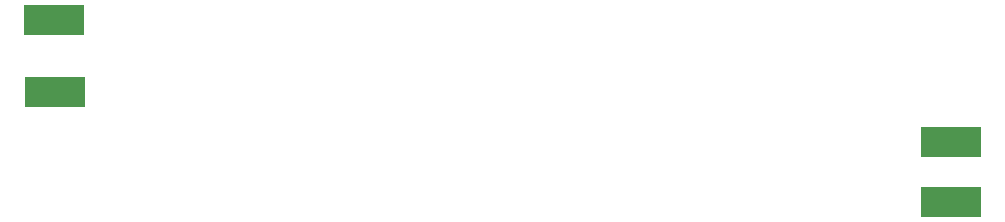
<source format=gbr>
G04 EAGLE Gerber RS-274X export*
G75*
%MOMM*%
%FSLAX34Y34*%
%LPD*%
%INSolderpaste Top*%
%IPPOS*%
%AMOC8*
5,1,8,0,0,1.08239X$1,22.5*%
G01*
%ADD10R,5.080000X2.540000*%


D10*
X806450Y30480D03*
X806450Y81280D03*
X46990Y184150D03*
X48260Y123190D03*
M02*

</source>
